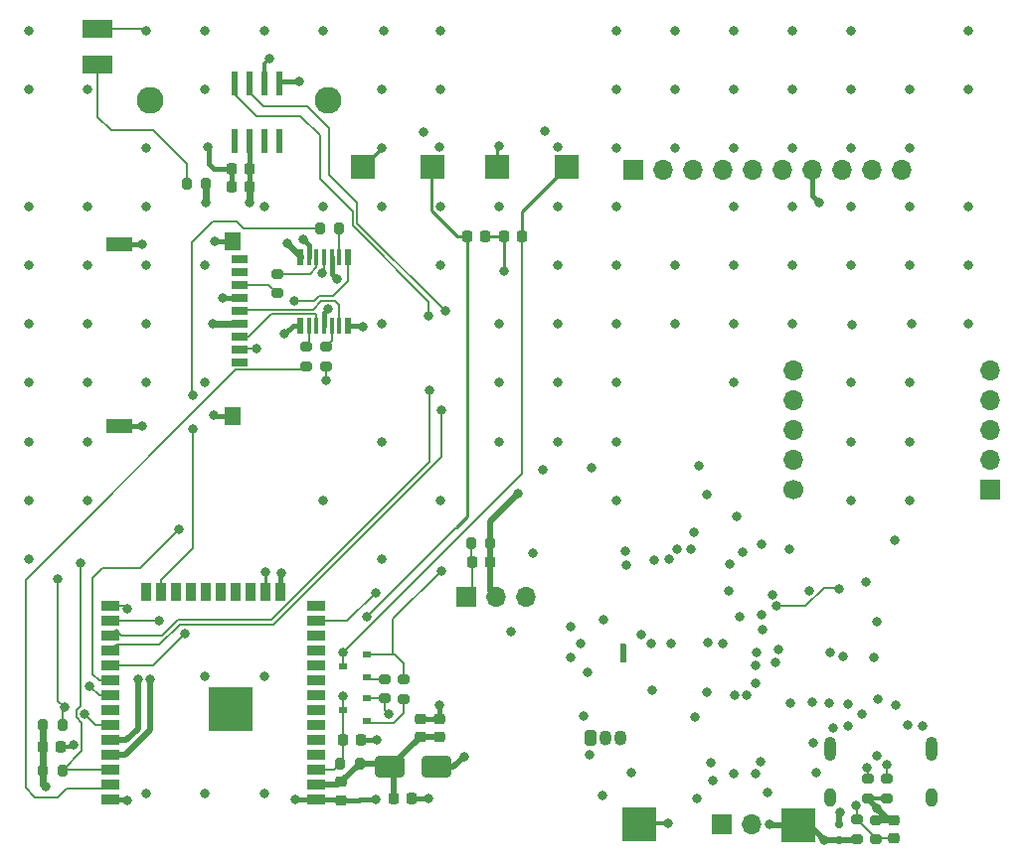
<source format=gbr>
%TF.GenerationSoftware,KiCad,Pcbnew,8.0.5*%
%TF.CreationDate,2024-10-11T13:06:57+01:00*%
%TF.ProjectId,esquema_eletronico,65737175-656d-4615-9f65-6c6574726f6e,rev?*%
%TF.SameCoordinates,Original*%
%TF.FileFunction,Copper,L1,Top*%
%TF.FilePolarity,Positive*%
%FSLAX46Y46*%
G04 Gerber Fmt 4.6, Leading zero omitted, Abs format (unit mm)*
G04 Created by KiCad (PCBNEW 8.0.5) date 2024-10-11 13:06:57*
%MOMM*%
%LPD*%
G01*
G04 APERTURE LIST*
G04 Aperture macros list*
%AMRoundRect*
0 Rectangle with rounded corners*
0 $1 Rounding radius*
0 $2 $3 $4 $5 $6 $7 $8 $9 X,Y pos of 4 corners*
0 Add a 4 corners polygon primitive as box body*
4,1,4,$2,$3,$4,$5,$6,$7,$8,$9,$2,$3,0*
0 Add four circle primitives for the rounded corners*
1,1,$1+$1,$2,$3*
1,1,$1+$1,$4,$5*
1,1,$1+$1,$6,$7*
1,1,$1+$1,$8,$9*
0 Add four rect primitives between the rounded corners*
20,1,$1+$1,$2,$3,$4,$5,0*
20,1,$1+$1,$4,$5,$6,$7,0*
20,1,$1+$1,$6,$7,$8,$9,0*
20,1,$1+$1,$8,$9,$2,$3,0*%
G04 Aperture macros list end*
%TA.AperFunction,SMDPad,CuDef*%
%ADD10RoundRect,0.225000X-0.250000X0.225000X-0.250000X-0.225000X0.250000X-0.225000X0.250000X0.225000X0*%
%TD*%
%TA.AperFunction,SMDPad,CuDef*%
%ADD11R,3.000000X3.000000*%
%TD*%
%TA.AperFunction,SMDPad,CuDef*%
%ADD12RoundRect,0.225000X-0.225000X-0.250000X0.225000X-0.250000X0.225000X0.250000X-0.225000X0.250000X0*%
%TD*%
%TA.AperFunction,SMDPad,CuDef*%
%ADD13RoundRect,0.225000X0.250000X-0.225000X0.250000X0.225000X-0.250000X0.225000X-0.250000X-0.225000X0*%
%TD*%
%TA.AperFunction,SMDPad,CuDef*%
%ADD14RoundRect,0.200000X-0.275000X0.200000X-0.275000X-0.200000X0.275000X-0.200000X0.275000X0.200000X0*%
%TD*%
%TA.AperFunction,SMDPad,CuDef*%
%ADD15RoundRect,0.200000X0.275000X-0.200000X0.275000X0.200000X-0.275000X0.200000X-0.275000X-0.200000X0*%
%TD*%
%TA.AperFunction,SMDPad,CuDef*%
%ADD16R,0.800000X0.600000*%
%TD*%
%TA.AperFunction,ComponentPad*%
%ADD17R,1.700000X1.700000*%
%TD*%
%TA.AperFunction,ComponentPad*%
%ADD18O,1.700000X1.700000*%
%TD*%
%TA.AperFunction,ComponentPad*%
%ADD19C,1.700000*%
%TD*%
%TA.AperFunction,SMDPad,CuDef*%
%ADD20RoundRect,0.150000X-0.200000X0.150000X-0.200000X-0.150000X0.200000X-0.150000X0.200000X0.150000X0*%
%TD*%
%TA.AperFunction,SMDPad,CuDef*%
%ADD21RoundRect,0.200000X-0.200000X-0.275000X0.200000X-0.275000X0.200000X0.275000X-0.200000X0.275000X0*%
%TD*%
%TA.AperFunction,SMDPad,CuDef*%
%ADD22RoundRect,0.225000X0.225000X0.250000X-0.225000X0.250000X-0.225000X-0.250000X0.225000X-0.250000X0*%
%TD*%
%TA.AperFunction,SMDPad,CuDef*%
%ADD23RoundRect,0.200000X0.200000X0.275000X-0.200000X0.275000X-0.200000X-0.275000X0.200000X-0.275000X0*%
%TD*%
%TA.AperFunction,SMDPad,CuDef*%
%ADD24RoundRect,0.073750X0.221250X-0.911250X0.221250X0.911250X-0.221250X0.911250X-0.221250X-0.911250X0*%
%TD*%
%TA.AperFunction,SMDPad,CuDef*%
%ADD25R,0.600000X1.350000*%
%TD*%
%TA.AperFunction,SMDPad,CuDef*%
%ADD26R,0.400000X1.350000*%
%TD*%
%TA.AperFunction,SMDPad,CuDef*%
%ADD27R,1.500000X0.900000*%
%TD*%
%TA.AperFunction,SMDPad,CuDef*%
%ADD28R,0.900000X1.500000*%
%TD*%
%TA.AperFunction,SMDPad,CuDef*%
%ADD29R,0.900000X0.900000*%
%TD*%
%TA.AperFunction,HeatsinkPad*%
%ADD30C,0.600000*%
%TD*%
%TA.AperFunction,SMDPad,CuDef*%
%ADD31R,3.800000X3.800000*%
%TD*%
%TA.AperFunction,SMDPad,CuDef*%
%ADD32R,2.600000X1.500000*%
%TD*%
%TA.AperFunction,SMDPad,CuDef*%
%ADD33R,2.000000X2.000000*%
%TD*%
%TA.AperFunction,SMDPad,CuDef*%
%ADD34R,1.400000X0.700000*%
%TD*%
%TA.AperFunction,SMDPad,CuDef*%
%ADD35R,1.400000X1.600000*%
%TD*%
%TA.AperFunction,SMDPad,CuDef*%
%ADD36R,2.200000X1.200000*%
%TD*%
%TA.AperFunction,SMDPad,CuDef*%
%ADD37RoundRect,0.250000X-1.000000X-0.650000X1.000000X-0.650000X1.000000X0.650000X-1.000000X0.650000X0*%
%TD*%
%TA.AperFunction,ComponentPad*%
%ADD38RoundRect,0.249900X-0.275100X-0.400100X0.275100X-0.400100X0.275100X0.400100X-0.275100X0.400100X0*%
%TD*%
%TA.AperFunction,ComponentPad*%
%ADD39O,1.050000X1.300000*%
%TD*%
%TA.AperFunction,ComponentPad*%
%ADD40C,0.600000*%
%TD*%
%TA.AperFunction,SMDPad,CuDef*%
%ADD41R,0.500000X1.600000*%
%TD*%
%TA.AperFunction,ComponentPad*%
%ADD42C,2.286000*%
%TD*%
%TA.AperFunction,ComponentPad*%
%ADD43O,1.000000X1.600000*%
%TD*%
%TA.AperFunction,ComponentPad*%
%ADD44O,1.000000X2.100000*%
%TD*%
%TA.AperFunction,ViaPad*%
%ADD45C,0.800000*%
%TD*%
%TA.AperFunction,Conductor*%
%ADD46C,0.400000*%
%TD*%
%TA.AperFunction,Conductor*%
%ADD47C,0.300000*%
%TD*%
%TA.AperFunction,Conductor*%
%ADD48C,0.500000*%
%TD*%
%TA.AperFunction,Conductor*%
%ADD49C,0.250000*%
%TD*%
%TA.AperFunction,Conductor*%
%ADD50C,0.204000*%
%TD*%
%TA.AperFunction,Conductor*%
%ADD51C,0.600000*%
%TD*%
G04 APERTURE END LIST*
D10*
%TO.P,C35,1*%
%TO.N,/ESP32_WROOM_32D/VDD_3V3*%
X106550000Y-134015000D03*
%TO.P,C35,2*%
%TO.N,GNDREF*%
X106550000Y-135565000D03*
%TD*%
D11*
%TO.P,TP2,1,1*%
%TO.N,GNDREF*%
X131975000Y-137600000D03*
%TD*%
D12*
%TO.P,C32,1*%
%TO.N,/EN*%
X117295000Y-87510000D03*
%TO.P,C32,2*%
%TO.N,GNDREF*%
X118845000Y-87510000D03*
%TD*%
%TO.P,C7,1*%
%TO.N,/VREF_3V3*%
X81175000Y-131000000D03*
%TO.P,C7,2*%
%TO.N,GNDREF*%
X82725000Y-131000000D03*
%TD*%
D13*
%TO.P,C34,1*%
%TO.N,/ESP32_WROOM_32D/VDD_3V3*%
X113300000Y-130175000D03*
%TO.P,C34,2*%
%TO.N,GNDREF*%
X113300000Y-128625000D03*
%TD*%
D14*
%TO.P,R10,1*%
%TO.N,/ESP32_WROOM_32D/IO14*%
X150500000Y-137250000D03*
%TO.P,R10,2*%
%TO.N,/BATT*%
X150500000Y-138900000D03*
%TD*%
D11*
%TO.P,TP1,1,1*%
%TO.N,/BATT*%
X145500000Y-137725000D03*
%TD*%
D15*
%TO.P,R3,1*%
%TO.N,Net-(Q1-Pad1)*%
X111900000Y-126937500D03*
%TO.P,R3,2*%
%TO.N,/DTR*%
X111900000Y-125287500D03*
%TD*%
D16*
%TO.P,Q2,1*%
%TO.N,Net-(Q2-Pad1)*%
X108785000Y-125087500D03*
%TO.P,Q2,2*%
%TO.N,/DTR*%
X108785000Y-123187500D03*
%TO.P,Q2,3*%
%TO.N,/IO0*%
X106765000Y-124137500D03*
%TD*%
D17*
%TO.P,U9,1,GND*%
%TO.N,GNDREF*%
X161850000Y-109130000D03*
D18*
%TO.P,U9,2,VIN*%
%TO.N,unconnected-(U9-VIN-Pad2)*%
X161850000Y-106590000D03*
%TO.P,U9,3,3V3*%
%TO.N,/VREF_3V3*%
X161850000Y-104050000D03*
%TO.P,U9,4,ON_OFF*%
%TO.N,unconnected-(U9-ON_OFF-Pad4)*%
X161850000Y-101510000D03*
%TO.P,U9,5,VBACKUP*%
%TO.N,/VREF_3V3*%
X161850000Y-98970000D03*
%TO.P,U9,6,GPS_TXD*%
%TO.N,/GPS_TXD*%
X145070000Y-98960000D03*
%TO.P,U9,7,GPS_RXD*%
%TO.N,/GPS_RXD*%
X145070000Y-101500000D03*
%TO.P,U9,8,NC*%
%TO.N,unconnected-(U9-NC-Pad8)*%
X145070000Y-104040000D03*
%TO.P,U9,9,MODE*%
%TO.N,unconnected-(U9-MODE-Pad9)*%
X145070000Y-106580000D03*
D19*
%TO.P,U9,10,1PPS*%
%TO.N,unconnected-(U9-1PPS-Pad10)*%
X145070000Y-109120000D03*
%TD*%
D20*
%TO.P,D1,1,A1*%
%TO.N,/BATT*%
X149000000Y-139000000D03*
%TO.P,D1,2,A2*%
%TO.N,GNDREF*%
X149000000Y-137600000D03*
%TD*%
D15*
%TO.P,R18,1*%
%TO.N,/SPI_SCK*%
X105305000Y-98570000D03*
%TO.P,R18,2*%
%TO.N,Net-(U5-2A)*%
X105305000Y-96920000D03*
%TD*%
D13*
%TO.P,C9,1*%
%TO.N,/ESP32_WROOM_32D/VDD_3V3*%
X114950000Y-130175000D03*
%TO.P,C9,2*%
%TO.N,GNDREF*%
X114950000Y-128625000D03*
%TD*%
D21*
%TO.P,R12,1*%
%TO.N,/VREF_3V3*%
X81185000Y-133030000D03*
%TO.P,R12,2*%
%TO.N,/IIC_SCL*%
X82835000Y-133030000D03*
%TD*%
D22*
%TO.P,C36,1*%
%TO.N,/IO0*%
X121970000Y-87510000D03*
%TO.P,C36,2*%
%TO.N,GNDREF*%
X120420000Y-87510000D03*
%TD*%
D17*
%TO.P,J1_TMP1,1,Pin_1*%
%TO.N,/TMP_DATA*%
X117220000Y-118250000D03*
D18*
%TO.P,J1_TMP1,2,Pin_2*%
%TO.N,/VREF_TMP_3V3*%
X119760000Y-118250000D03*
%TO.P,J1_TMP1,3,Pin_3*%
%TO.N,GNDREF*%
X122300000Y-118250000D03*
%TD*%
D16*
%TO.P,Q1,1*%
%TO.N,Net-(Q1-Pad1)*%
X108760000Y-128812500D03*
%TO.P,Q1,2*%
%TO.N,/RTS*%
X108760000Y-126912500D03*
%TO.P,Q1,3*%
%TO.N,/EN*%
X106740000Y-127862500D03*
%TD*%
D12*
%TO.P,C3,1*%
%TO.N,/TMP_DATA*%
X117695000Y-115325000D03*
%TO.P,C3,2*%
%TO.N,/VREF_TMP_3V3*%
X119245000Y-115325000D03*
%TD*%
D21*
%TO.P,R5,1*%
%TO.N,/TMP_DATA*%
X117645000Y-113700000D03*
%TO.P,R5,2*%
%TO.N,/VREF_TMP_3V3*%
X119295000Y-113700000D03*
%TD*%
D12*
%TO.P,C8,1*%
%TO.N,/ESP32_WROOM_32D/VDD_3V3*%
X111025000Y-135400000D03*
%TO.P,C8,2*%
%TO.N,GNDREF*%
X112575000Y-135400000D03*
%TD*%
D17*
%TO.P,U4,1,VCC*%
%TO.N,/VREF_3V3*%
X131457500Y-81855000D03*
D18*
%TO.P,U4,2,GND*%
%TO.N,GNDREF*%
X133997500Y-81855000D03*
%TO.P,U4,3,SCL*%
%TO.N,/IIC_SCL*%
X136537500Y-81855000D03*
%TO.P,U4,4,SDA*%
%TO.N,/IIC_SDA*%
X139077500Y-81855000D03*
%TO.P,U4,5,EDA*%
%TO.N,unconnected-(U4-EDA-Pad5)*%
X141617500Y-81855000D03*
%TO.P,U4,6,ECL*%
%TO.N,unconnected-(U4-ECL-Pad6)*%
X144157500Y-81855000D03*
%TO.P,U4,7,ADO*%
%TO.N,/VREF_3V3*%
X146697500Y-81855000D03*
%TO.P,U4,8,INT*%
%TO.N,unconnected-(U4-INT-Pad8)*%
X149237500Y-81855000D03*
%TO.P,U4,9,NCS*%
%TO.N,unconnected-(U4-NCS-Pad9)*%
X151777500Y-81855000D03*
%TO.P,U4,10,FSYNC*%
%TO.N,unconnected-(U4-FSYNC-Pad10)*%
X154317500Y-81855000D03*
%TD*%
D22*
%TO.P,C11,1*%
%TO.N,/VREF_3V3*%
X98800000Y-81765000D03*
%TO.P,C11,2*%
%TO.N,GNDREF*%
X97250000Y-81765000D03*
%TD*%
D23*
%TO.P,R21,1*%
%TO.N,/VREF_3V3*%
X95060000Y-83065000D03*
%TO.P,R21,2*%
%TO.N,Net-(D8-A)*%
X93410000Y-83065000D03*
%TD*%
D15*
%TO.P,R17,1*%
%TO.N,/SPI_MOSI*%
X103605000Y-98570000D03*
%TO.P,R17,2*%
%TO.N,Net-(U5-1A)*%
X103605000Y-96920000D03*
%TD*%
D24*
%TO.P,U10,1,32KHZ*%
%TO.N,unconnected-(U10-32KHZ-Pad1)*%
X97510000Y-79400000D03*
%TO.P,U10,2,VCC*%
%TO.N,/VREF_3V3*%
X98780000Y-79400000D03*
%TO.P,U10,3,~{INT}/SQW*%
%TO.N,unconnected-(U10-~{INT}{slash}SQW-Pad3)*%
X100050000Y-79400000D03*
%TO.P,U10,4,~{RST}*%
%TO.N,unconnected-(U10-~{RST}-Pad4)*%
X101320000Y-79400000D03*
%TO.P,U10,5,GND*%
%TO.N,GNDREF*%
X101320000Y-74450000D03*
%TO.P,U10,6,VBAT*%
%TO.N,/rtc_ds3231/BAT_CELL+*%
X100050000Y-74450000D03*
%TO.P,U10,7,SDA*%
%TO.N,/IIC_SDA*%
X98780000Y-74450000D03*
%TO.P,U10,8,SCL*%
%TO.N,/IIC_SCL*%
X97510000Y-74450000D03*
%TD*%
D12*
%TO.P,C33,1*%
%TO.N,/EN*%
X106735000Y-130480000D03*
%TO.P,C33,2*%
%TO.N,GNDREF*%
X108285000Y-130480000D03*
%TD*%
D23*
%TO.P,R35,1*%
%TO.N,/ESP32_WROOM_32D/VDD_3V3*%
X108145000Y-132460000D03*
%TO.P,R35,2*%
%TO.N,/EN*%
X106495000Y-132460000D03*
%TD*%
D14*
%TO.P,R4,1*%
%TO.N,Net-(Q2-Pad1)*%
X110325000Y-125262500D03*
%TO.P,R4,2*%
%TO.N,/RTS*%
X110325000Y-126912500D03*
%TD*%
D25*
%TO.P,U5,1,1~{OE}*%
%TO.N,GNDREF*%
X103080000Y-95120000D03*
D26*
%TO.P,U5,2,1A*%
%TO.N,Net-(U5-1A)*%
X103830000Y-95120000D03*
%TO.P,U5,3,1Y*%
%TO.N,/sd_card/DI_LLS*%
X104480000Y-95120000D03*
%TO.P,U5,4,2~{OE}*%
%TO.N,GNDREF*%
X105130000Y-95120000D03*
%TO.P,U5,5,2A*%
%TO.N,Net-(U5-2A)*%
X105780000Y-95120000D03*
%TO.P,U5,6,2Y*%
%TO.N,/sd_card/SCK_LLS*%
X106430000Y-95120000D03*
D25*
%TO.P,U5,7,GND*%
%TO.N,GNDREF*%
X107180000Y-95120000D03*
%TO.P,U5,8,3Y*%
%TO.N,/sd_card/CS_LLS*%
X107180000Y-89270000D03*
D26*
%TO.P,U5,9,3A*%
%TO.N,Net-(U5-3A)*%
X106430000Y-89270000D03*
%TO.P,U5,10,3~{OE}*%
%TO.N,GNDREF*%
X105780000Y-89270000D03*
%TO.P,U5,11,4Y*%
%TO.N,/SPI_MISO*%
X105130000Y-89270000D03*
%TO.P,U5,12,4A*%
%TO.N,Net-(U5-4A)*%
X104480000Y-89270000D03*
%TO.P,U5,13,4~{OE}*%
%TO.N,GNDREF*%
X103830000Y-89270000D03*
D25*
%TO.P,U5,14,VCC*%
%TO.N,/VREF_3V3*%
X103080000Y-89270000D03*
%TD*%
D27*
%TO.P,U7,1,GND*%
%TO.N,GNDREF*%
X104410000Y-135560000D03*
%TO.P,U7,2,VDD*%
%TO.N,/ESP32_WROOM_32D/VDD_3V3*%
X104410000Y-134290000D03*
%TO.P,U7,3,EN*%
%TO.N,/EN*%
X104410000Y-133020000D03*
%TO.P,U7,4,SENSOR_VP*%
%TO.N,/ESP32_WROOM_32D/SENSOR_VP*%
X104410000Y-131750000D03*
%TO.P,U7,5,SENSOR_VN*%
%TO.N,/ESP32_WROOM_32D/SENSOR_VN*%
X104410000Y-130480000D03*
%TO.P,U7,6,IO34*%
%TO.N,/ESP32_WROOM_32D/IO34*%
X104410000Y-129210000D03*
%TO.P,U7,7,IO35*%
%TO.N,/ESP32_WROOM_32D/IO35*%
X104410000Y-127940000D03*
%TO.P,U7,8,IO32*%
%TO.N,/ESP32_WROOM_32D/IO32*%
X104410000Y-126670000D03*
%TO.P,U7,9,IO33*%
%TO.N,/ESP32_WROOM_32D/IO33*%
X104410000Y-125400000D03*
%TO.P,U7,10,IO25*%
%TO.N,/ESP32_WROOM_32D/IO25*%
X104410000Y-124130000D03*
%TO.P,U7,11,IO26*%
%TO.N,/ESP32_WROOM_32D/IO26*%
X104410000Y-122860000D03*
%TO.P,U7,12,IO27*%
%TO.N,/ESP32_WROOM_32D/IO27*%
X104410000Y-121590000D03*
%TO.P,U7,13,IO14*%
%TO.N,/ESP32_WROOM_32D/IO14*%
X104410000Y-120320000D03*
%TO.P,U7,14,IO12*%
%TO.N,/ESP32_WROOM_32D/IO12*%
X104410000Y-119050000D03*
D28*
%TO.P,U7,15,GND*%
%TO.N,GNDREF*%
X101370000Y-117800000D03*
%TO.P,U7,16,IO13*%
%TO.N,/STAT*%
X100100000Y-117800000D03*
%TO.P,U7,17,SHD/SD2*%
%TO.N,/ESP32_WROOM_32D/SD2*%
X98830000Y-117800000D03*
%TO.P,U7,18,SWP/SD3*%
%TO.N,/ESP32_WROOM_32D/SD3*%
X97560000Y-117800000D03*
%TO.P,U7,19,SCS/CMD*%
%TO.N,/ESP32_WROOM_32D/CMD*%
X96290000Y-117800000D03*
%TO.P,U7,20,SCK/CLK*%
%TO.N,/ESP32_WROOM_32D/CLK*%
X95020000Y-117800000D03*
%TO.P,U7,21,SDO/SD0*%
%TO.N,/ESP32_WROOM_32D/SD0*%
X93750000Y-117800000D03*
%TO.P,U7,22,SDI/SD1*%
%TO.N,/ESP32_WROOM_32D/SD1*%
X92480000Y-117800000D03*
%TO.P,U7,23,IO15*%
%TO.N,/SPI_CS*%
X91210000Y-117800000D03*
%TO.P,U7,24,IO2*%
%TO.N,/ESP32_WROOM_32D/IO2*%
X89940000Y-117800000D03*
D27*
%TO.P,U7,25,IO0*%
%TO.N,/IO0*%
X86910000Y-119050000D03*
%TO.P,U7,26,IO4*%
%TO.N,/TMP_DATA*%
X86910000Y-120320000D03*
%TO.P,U7,27,IO16*%
%TO.N,/GPS_TXD*%
X86910000Y-121590000D03*
%TO.P,U7,28,IO17*%
%TO.N,/GPS_RXD*%
X86910000Y-122860000D03*
%TO.P,U7,29,IO5*%
%TO.N,/CTRL_GPIO*%
X86910000Y-124130000D03*
%TO.P,U7,30,IO18*%
%TO.N,/SPI_SCK*%
X86910000Y-125400000D03*
%TO.P,U7,31,IO19*%
%TO.N,/SPI_MISO*%
X86910000Y-126670000D03*
%TO.P,U7,32,NC*%
%TO.N,unconnected-(U7-NC-Pad32)*%
X86910000Y-127940000D03*
%TO.P,U7,33,IO21*%
%TO.N,/IIC_SDA*%
X86910000Y-129210000D03*
%TO.P,U7,34,RXD0/IO3*%
%TO.N,/UART_PROG_TX*%
X86910000Y-130480000D03*
%TO.P,U7,35,TXD0/IO1*%
%TO.N,/UART_PROG_RX*%
X86910000Y-131750000D03*
%TO.P,U7,36,IO22*%
%TO.N,/IIC_SCL*%
X86910000Y-133020000D03*
%TO.P,U7,37,IO23*%
%TO.N,/SPI_MOSI*%
X86910000Y-134290000D03*
%TO.P,U7,38,GND*%
%TO.N,GNDREF*%
X86910000Y-135560000D03*
D29*
%TO.P,U7,39,GND*%
X98560000Y-129240000D03*
D30*
X98560000Y-128540000D03*
D29*
X98560000Y-127840000D03*
D30*
X98560000Y-127140000D03*
D29*
X98560000Y-126440000D03*
D30*
X97860000Y-129240000D03*
X97860000Y-127840000D03*
X97860000Y-126440000D03*
X97185000Y-128540000D03*
X97185000Y-127140000D03*
D29*
X97160000Y-129240000D03*
X97160000Y-127840000D03*
D31*
X97160000Y-127840000D03*
D29*
X97160000Y-126440000D03*
D30*
X96460000Y-129240000D03*
X96460000Y-127840000D03*
X96460000Y-126440000D03*
D29*
X95760000Y-129240000D03*
D30*
X95760000Y-128540000D03*
D29*
X95760000Y-127840000D03*
D30*
X95760000Y-127140000D03*
D29*
X95760000Y-126440000D03*
%TD*%
D32*
%TO.P,D8,1,K*%
%TO.N,GNDREF*%
X85825000Y-69850000D03*
%TO.P,D8,2,A*%
%TO.N,Net-(D8-A)*%
X85825000Y-72850000D03*
%TD*%
D14*
%TO.P,R11,1*%
%TO.N,GNDREF*%
X152075000Y-137275000D03*
%TO.P,R11,2*%
%TO.N,/ESP32_WROOM_32D/IO14*%
X152075000Y-138925000D03*
%TD*%
D13*
%TO.P,C4,1*%
%TO.N,/ESP32_WROOM_32D/IO14*%
X153600000Y-138850000D03*
%TO.P,C4,2*%
%TO.N,GNDREF*%
X153600000Y-137300000D03*
%TD*%
D15*
%TO.P,R1,1*%
%TO.N,GNDREF*%
X153025000Y-135400000D03*
%TO.P,R1,2*%
%TO.N,Net-(J2-CC1)*%
X153025000Y-133750000D03*
%TD*%
%TO.P,R2,1*%
%TO.N,GNDREF*%
X151405000Y-135400000D03*
%TO.P,R2,2*%
%TO.N,Net-(J2-CC2)*%
X151405000Y-133750000D03*
%TD*%
D33*
%TO.P,SW2,A1,COM*%
%TO.N,/IO0*%
X125820000Y-81570000D03*
%TO.P,SW2,B1,NO*%
%TO.N,GNDREF*%
X119820000Y-81570000D03*
%TD*%
D21*
%TO.P,R13,1*%
%TO.N,/VREF_3V3*%
X81185000Y-129140000D03*
%TO.P,R13,2*%
%TO.N,/IIC_SDA*%
X82835000Y-129140000D03*
%TD*%
D34*
%TO.P,J3,1,DAT2*%
%TO.N,unconnected-(J3-DAT2-Pad1)*%
X97900000Y-98225000D03*
%TO.P,J3,2,CD/DAT3*%
%TO.N,/sd_card/CS_LLS*%
X97900000Y-97125000D03*
%TO.P,J3,3,CMD*%
%TO.N,/sd_card/DI_LLS*%
X97900000Y-96025000D03*
%TO.P,J3,4,VDD*%
%TO.N,/VREF_3V3*%
X97900000Y-94925000D03*
%TO.P,J3,5,CLX*%
%TO.N,/sd_card/SCK_LLS*%
X97900000Y-93825000D03*
%TO.P,J3,6,VSS*%
%TO.N,GNDREF*%
X97900000Y-92725000D03*
%TO.P,J3,7,DAT0*%
%TO.N,/sd_card/DO_LLS*%
X97900000Y-91625000D03*
%TO.P,J3,8,DAT1*%
%TO.N,unconnected-(J3-DAT1-Pad8)*%
X97900000Y-90525000D03*
%TO.P,J3,9,CARD_DETECT*%
%TO.N,unconnected-(J3-CARD_DETECT-Pad9)*%
X97900000Y-89425000D03*
D35*
%TO.P,J3,MP1,MP1*%
%TO.N,GNDREF*%
X97300000Y-87975000D03*
%TO.P,J3,MP2,MP2*%
X97300000Y-102825000D03*
D36*
%TO.P,J3,MP3,MP3*%
X87700000Y-88225000D03*
%TO.P,J3,MP4,MP4*%
X87700000Y-103725000D03*
%TD*%
D21*
%TO.P,R19,1*%
%TO.N,/SPI_CS*%
X104755000Y-86845000D03*
%TO.P,R19,2*%
%TO.N,Net-(U5-3A)*%
X106405000Y-86845000D03*
%TD*%
D22*
%TO.P,C12,1*%
%TO.N,/VREF_3V3*%
X98800000Y-83300000D03*
%TO.P,C12,2*%
%TO.N,GNDREF*%
X97250000Y-83300000D03*
%TD*%
D33*
%TO.P,SW1,A1,COM*%
%TO.N,/EN*%
X114390000Y-81570000D03*
%TO.P,SW1,B1,NO*%
%TO.N,GNDREF*%
X108390000Y-81570000D03*
%TD*%
D15*
%TO.P,R20,1*%
%TO.N,/sd_card/DO_LLS*%
X101115000Y-92350000D03*
%TO.P,R20,2*%
%TO.N,Net-(U5-4A)*%
X101115000Y-90700000D03*
%TD*%
D37*
%TO.P,D9,1,K*%
%TO.N,/ESP32_WROOM_32D/VDD_3V3*%
X110700000Y-132750000D03*
%TO.P,D9,2,A*%
%TO.N,/VREF_3V3*%
X114700000Y-132750000D03*
%TD*%
D38*
%TO.P,U2,1,IN*%
%TO.N,/PRE_VCC*%
X127795000Y-130260000D03*
D39*
%TO.P,U2,2*%
%TO.N,GNDREF*%
X129065000Y-130260000D03*
%TO.P,U2,3,OUT*%
%TO.N,Net-(Q4-G)*%
X130335000Y-130260000D03*
%TD*%
D17*
%TO.P,J1,1,Pin_1*%
%TO.N,GNDREF*%
X139000000Y-137625000D03*
D18*
%TO.P,J1,2,Pin_2*%
%TO.N,/BATT*%
X141540000Y-137625000D03*
%TD*%
D40*
%TO.P,U3,7,EP*%
%TO.N,GNDREF*%
X130570000Y-123600000D03*
D41*
X130570000Y-123050000D03*
D40*
X130570000Y-122500000D03*
%TD*%
D42*
%TO.P,BT1,1,+*%
%TO.N,/rtc_ds3231/BAT_CELL+*%
X105500000Y-75887500D03*
%TO.P,BT1,2,-*%
%TO.N,GNDREF*%
X90300000Y-75887500D03*
%TD*%
D43*
%TO.P,J2,S1,SHIELD*%
%TO.N,GNDREF*%
X156870000Y-135350000D03*
D44*
X156870000Y-131170000D03*
D43*
X148230000Y-135350000D03*
D44*
X148230000Y-131170000D03*
%TD*%
D45*
%TO.N,GNDREF*%
X135000000Y-90000000D03*
X85000000Y-100000000D03*
X114950000Y-79900000D03*
X135000000Y-75000000D03*
X125000000Y-95000000D03*
X155000000Y-85000000D03*
X95000000Y-100000000D03*
X150000000Y-100000000D03*
X127900000Y-107225000D03*
X83800000Y-130850000D03*
X130000000Y-100000000D03*
X100000000Y-125000000D03*
X150000000Y-80000000D03*
X160000000Y-70000000D03*
X160000000Y-85000000D03*
X155145225Y-94984133D03*
X144825000Y-127325000D03*
X95000000Y-75000000D03*
X115000000Y-110000000D03*
X150000000Y-110000000D03*
X155000000Y-100000000D03*
X95000000Y-90000000D03*
X134400000Y-137525000D03*
X80000000Y-110000000D03*
X120000000Y-105000000D03*
X145000000Y-95000000D03*
X152250000Y-126950000D03*
X80000000Y-105000000D03*
X80000000Y-90000000D03*
X155000000Y-110000000D03*
X130000000Y-90000000D03*
X160000000Y-75000000D03*
X125000000Y-90000000D03*
X80000000Y-95000000D03*
X135000000Y-95000000D03*
X110000000Y-75000000D03*
X115000000Y-75000000D03*
X152200000Y-136250000D03*
X95000000Y-125000000D03*
X140000000Y-85000000D03*
X140000000Y-90000000D03*
X80000000Y-100000000D03*
X135000000Y-70000000D03*
X147000000Y-133250000D03*
X90000000Y-100000000D03*
X85000000Y-90000000D03*
X105000000Y-85000000D03*
X145000000Y-80000000D03*
X134498000Y-115003415D03*
X95800000Y-87900000D03*
X145000000Y-90000000D03*
X144750000Y-114225000D03*
X120000000Y-79850000D03*
X150042224Y-95058090D03*
X160000000Y-95000000D03*
X95250000Y-79900000D03*
X80000000Y-85000000D03*
X152175000Y-120350000D03*
X143850000Y-122725000D03*
X140300000Y-111375000D03*
X133075000Y-126200000D03*
X150000000Y-75000000D03*
X85000000Y-105000000D03*
X101500000Y-116250000D03*
X120000000Y-95000000D03*
X125000000Y-105000000D03*
X114000000Y-135450000D03*
X140000000Y-75000000D03*
X90000000Y-70000000D03*
X155000000Y-80000000D03*
X90000000Y-90000000D03*
X130775000Y-114325000D03*
X108450000Y-95200000D03*
X130000000Y-70000000D03*
X80000000Y-70000000D03*
X85000000Y-75000000D03*
X145000000Y-75000000D03*
X150000000Y-85000000D03*
X80000000Y-115000000D03*
X110000000Y-80000000D03*
X89600000Y-103650000D03*
X126975000Y-122225000D03*
X88350000Y-135600000D03*
X156100000Y-129250000D03*
X100000000Y-70000000D03*
X85000000Y-110000000D03*
X96500000Y-92750000D03*
X141826106Y-124050000D03*
X110213936Y-69999999D03*
X105000000Y-110000000D03*
X115000000Y-90000000D03*
X85000000Y-85000000D03*
X155000000Y-105000000D03*
X122875000Y-114500000D03*
X105450000Y-93700000D03*
X140000000Y-70000000D03*
X115000000Y-85000000D03*
X101750000Y-95850000D03*
X150000000Y-105000000D03*
X113550000Y-78625000D03*
X120000000Y-100000000D03*
X148500000Y-129450000D03*
X150000000Y-90000000D03*
X90000000Y-85000000D03*
X100000000Y-85000000D03*
X90000000Y-95000000D03*
X95000000Y-70000000D03*
X130000000Y-85000000D03*
X110000000Y-115000000D03*
X106200000Y-91150000D03*
X115000000Y-70000000D03*
X140000000Y-80000000D03*
X130000000Y-75000000D03*
X150000000Y-70000000D03*
X95000000Y-135000000D03*
X125050000Y-79900000D03*
X145000000Y-70000000D03*
X110000000Y-85000000D03*
X100000000Y-135000000D03*
X138075000Y-132375000D03*
X140000000Y-100000000D03*
X130000000Y-110000000D03*
X143340605Y-118059396D03*
X153800000Y-127500000D03*
X130000000Y-105000000D03*
X110000000Y-95000000D03*
X125000000Y-100000000D03*
X89650000Y-88200000D03*
X135000000Y-80000000D03*
X153750000Y-113425000D03*
X80000000Y-75000000D03*
X109500000Y-135500000D03*
X109650000Y-130450000D03*
X128825000Y-135175000D03*
X110000000Y-105000000D03*
X103350000Y-87800000D03*
X90000000Y-80000000D03*
X125000000Y-85000000D03*
X120450000Y-90500000D03*
X160000000Y-90000000D03*
X95750000Y-102750000D03*
X102700000Y-135550000D03*
X149050000Y-136600000D03*
X155000000Y-75000000D03*
X128925000Y-120175000D03*
X123925000Y-78500000D03*
X130000000Y-80000000D03*
X155000000Y-90000000D03*
X114950000Y-127450000D03*
X103000000Y-74300000D03*
X85000000Y-95000000D03*
X140000000Y-95000000D03*
X120000000Y-85000000D03*
X105000000Y-70000000D03*
X145000000Y-85000000D03*
X146775000Y-130725000D03*
X130000000Y-95000000D03*
X90000000Y-135000000D03*
%TO.N,/rtc_ds3231/BAT_CELL+*%
X100500000Y-72350000D03*
%TO.N,/VCC_RAW*%
X126150000Y-120750000D03*
X126150000Y-123450000D03*
%TO.N,/VREF_TMP_3V3*%
X121625000Y-109475000D03*
X123725000Y-107375000D03*
%TO.N,/TMP_DATA*%
X91100000Y-120300000D03*
%TO.N,/ESP32_WROOM_32D/IO14*%
X150457298Y-136033194D03*
X109500000Y-117900000D03*
%TO.N,/VREF_3V3*%
X98800000Y-84650000D03*
X81375000Y-134450000D03*
X117050000Y-131850000D03*
X130825000Y-115575000D03*
X147250000Y-84600000D03*
X95625000Y-94925000D03*
X136575000Y-112775000D03*
X95050000Y-84650000D03*
X101975000Y-88075000D03*
X137700000Y-109500000D03*
X132148000Y-121492891D03*
%TO.N,/BATT*%
X147750000Y-138950000D03*
X141850000Y-133300000D03*
X143050000Y-137650000D03*
X151900000Y-123400000D03*
%TO.N,/IIC_SCL*%
X84350000Y-115350000D03*
X114037500Y-94287500D03*
%TO.N,/batery_module/VIN*%
X139078611Y-122221389D03*
X134643030Y-122205347D03*
X137800000Y-122100000D03*
%TO.N,/IIC_SDA*%
X115433889Y-93883889D03*
X82435000Y-116700000D03*
X84700000Y-128225000D03*
X83003000Y-127675000D03*
%TO.N,/SPI_MISO*%
X104980001Y-90641751D03*
X85118000Y-125832000D03*
%TO.N,/SPI_SCK*%
X105250000Y-99750000D03*
X92750000Y-112500000D03*
%TO.N,Net-(IC2-REGN)*%
X138225000Y-133925000D03*
X136675000Y-128500000D03*
%TO.N,/PRE_VCC*%
X140013820Y-133324528D03*
X127750000Y-131750000D03*
X131250000Y-133200000D03*
X136850000Y-135400000D03*
X127225000Y-128425000D03*
%TO.N,/EN*%
X108750000Y-119925000D03*
X106750000Y-126700000D03*
%TO.N,/IO0*%
X106750000Y-122950000D03*
X88375000Y-119225000D03*
%TO.N,/SPI_CS*%
X93950000Y-103950000D03*
X93950000Y-101100000D03*
%TO.N,/USBD+*%
X152200000Y-131825000D03*
X150950000Y-128200000D03*
X140077609Y-126655652D03*
X135200000Y-114225000D03*
%TO.N,/USBD-*%
X141124106Y-126599106D03*
X136325000Y-114150000D03*
X149700000Y-127350000D03*
%TO.N,/USB5V*%
X141826106Y-125625000D03*
X143550000Y-123850000D03*
X146700000Y-127200000D03*
X154850000Y-129150000D03*
X142450000Y-121000000D03*
X137737500Y-126337500D03*
X149750000Y-129250000D03*
X142400000Y-119800000D03*
%TO.N,/wireless_charging/~{CHG_PIN}*%
X149300000Y-123329948D03*
X142375000Y-113800000D03*
%TO.N,Net-(IC2-VSET)*%
X142897113Y-134916280D03*
X142275000Y-132325000D03*
%TO.N,/WRL_EN*%
X148125000Y-127300000D03*
X148253097Y-122971888D03*
%TO.N,Net-(J2-CC1)*%
X153075000Y-132525000D03*
%TO.N,Net-(J2-CC2)*%
X151325000Y-132800000D03*
%TO.N,/sd_card/CS_LLS*%
X99350000Y-97050000D03*
X102550000Y-93037000D03*
%TO.N,/GPS_RXD*%
X115150000Y-102325000D03*
%TO.N,/GPS_TXD*%
X114125000Y-100675000D03*
%TO.N,/RTS*%
X110600000Y-128200000D03*
X127600000Y-124650000D03*
X133000000Y-122200000D03*
X121000000Y-121250000D03*
%TO.N,/DTR*%
X115100000Y-116050000D03*
X133250000Y-115100000D03*
%TO.N,Net-(U6-FOD)*%
X143606457Y-119023413D03*
X148980602Y-117611340D03*
%TO.N,Net-(R26-Pad2)*%
X151250000Y-117000000D03*
X146428611Y-117721389D03*
%TO.N,Net-(U8-~{RST})*%
X139675000Y-115450000D03*
X139575000Y-117762000D03*
%TO.N,Net-(U8-~{SUSPEND})*%
X140775000Y-114425000D03*
X140550000Y-119950000D03*
%TO.N,/CTRL_GPIO*%
X93300000Y-121400000D03*
%TO.N,/STAT*%
X100100000Y-116150000D03*
X137025000Y-107100000D03*
X141917487Y-123018824D03*
%TO.N,/UART_PROG_TX*%
X89250000Y-125250000D03*
%TO.N,/UART_PROG_RX*%
X90300000Y-125250000D03*
%TD*%
D46*
%TO.N,GNDREF*%
X106545000Y-135560000D02*
X106550000Y-135565000D01*
X106200000Y-91150000D02*
X105780000Y-90730000D01*
X87700000Y-88225000D02*
X89625000Y-88225000D01*
D47*
X82725000Y-131000000D02*
X83650000Y-131000000D01*
D46*
X88310000Y-135560000D02*
X88350000Y-135600000D01*
D48*
X151405000Y-135455000D02*
X152200000Y-136250000D01*
D49*
X118845000Y-87510000D02*
X120420000Y-87510000D01*
D46*
X95875000Y-87975000D02*
X95800000Y-87900000D01*
X108370000Y-95120000D02*
X108450000Y-95200000D01*
D48*
X149000000Y-136650000D02*
X149000000Y-137600000D01*
D46*
X97900000Y-92725000D02*
X96525000Y-92725000D01*
X108120000Y-135565000D02*
X108130000Y-135555000D01*
X97250000Y-81765000D02*
X95742500Y-81765000D01*
D47*
X113700000Y-78475000D02*
X113550000Y-78625000D01*
D46*
X106550000Y-135565000D02*
X108120000Y-135565000D01*
X104410000Y-135560000D02*
X106545000Y-135560000D01*
X95272500Y-81295000D02*
X95272500Y-79922500D01*
X101370000Y-117800000D02*
X101370000Y-116380000D01*
D48*
X152075000Y-137275000D02*
X153575000Y-137275000D01*
D46*
X101370000Y-116380000D02*
X101500000Y-116250000D01*
D50*
X85825000Y-69850000D02*
X89850000Y-69850000D01*
D46*
X97250000Y-81765000D02*
X97250000Y-83300000D01*
D48*
X153600000Y-137300000D02*
X153250000Y-137300000D01*
D46*
X95825000Y-102825000D02*
X95750000Y-102750000D01*
X113300000Y-128625000D02*
X114950000Y-128625000D01*
X108285000Y-130480000D02*
X109620000Y-130480000D01*
X87700000Y-103725000D02*
X89525000Y-103725000D01*
X107180000Y-95120000D02*
X108370000Y-95120000D01*
X95272500Y-79922500D02*
X95250000Y-79900000D01*
X109620000Y-130480000D02*
X109650000Y-130450000D01*
X109445000Y-135555000D02*
X109500000Y-135500000D01*
X105130000Y-95120000D02*
X105130000Y-94020000D01*
X105780000Y-90730000D02*
X105780000Y-89270000D01*
X103830000Y-88280000D02*
X103350000Y-87800000D01*
D49*
X119820000Y-80030000D02*
X119820000Y-81570000D01*
D46*
X105130000Y-94020000D02*
X105450000Y-93700000D01*
X86910000Y-135560000D02*
X88310000Y-135560000D01*
X89625000Y-88225000D02*
X89650000Y-88200000D01*
D47*
X113400000Y-78475000D02*
X113550000Y-78625000D01*
D46*
X101470000Y-74300000D02*
X101320000Y-74450000D01*
D47*
X134400000Y-137525000D02*
X132050000Y-137525000D01*
D46*
X103000000Y-74300000D02*
X101470000Y-74300000D01*
D49*
X120000000Y-79850000D02*
X119820000Y-80030000D01*
D46*
X113950000Y-135400000D02*
X114000000Y-135450000D01*
X103830000Y-89270000D02*
X103830000Y-88280000D01*
X95742500Y-81765000D02*
X95272500Y-81295000D01*
D48*
X153575000Y-137275000D02*
X153600000Y-137300000D01*
D46*
X96525000Y-92725000D02*
X96500000Y-92750000D01*
D47*
X83650000Y-131000000D02*
X83800000Y-130850000D01*
D46*
X102480000Y-95120000D02*
X101750000Y-95850000D01*
D49*
X120420000Y-90470000D02*
X120420000Y-87510000D01*
D46*
X89525000Y-103725000D02*
X89600000Y-103650000D01*
X114950000Y-128625000D02*
X114950000Y-127450000D01*
D48*
X151405000Y-135400000D02*
X151405000Y-135455000D01*
D46*
X97300000Y-87975000D02*
X95875000Y-87975000D01*
X108130000Y-135555000D02*
X109445000Y-135555000D01*
X97300000Y-102825000D02*
X95825000Y-102825000D01*
X103080000Y-95120000D02*
X102480000Y-95120000D01*
D48*
X153250000Y-137300000D02*
X152200000Y-136250000D01*
D46*
X102710000Y-135560000D02*
X102700000Y-135550000D01*
X112575000Y-135400000D02*
X113950000Y-135400000D01*
D48*
X149050000Y-136600000D02*
X149000000Y-136650000D01*
D47*
X151405000Y-135400000D02*
X153025000Y-135400000D01*
D49*
X108430000Y-81570000D02*
X110000000Y-80000000D01*
D46*
X104410000Y-135560000D02*
X102710000Y-135560000D01*
D49*
X120450000Y-90500000D02*
X120420000Y-90470000D01*
D50*
X89850000Y-69850000D02*
X90000000Y-70000000D01*
D49*
X108390000Y-81570000D02*
X108430000Y-81570000D01*
D47*
X132050000Y-137525000D02*
X131975000Y-137600000D01*
%TO.N,/rtc_ds3231/BAT_CELL+*%
X100050000Y-72800000D02*
X100500000Y-72350000D01*
X100050000Y-74450000D02*
X100050000Y-72800000D01*
D48*
%TO.N,/VREF_TMP_3V3*%
X119295000Y-113700000D02*
X119295000Y-111805000D01*
X119295000Y-111805000D02*
X121625000Y-109475000D01*
X119245000Y-115325000D02*
X119245000Y-113750000D01*
X119245000Y-117735000D02*
X119760000Y-118250000D01*
X119245000Y-115325000D02*
X119245000Y-117735000D01*
X119245000Y-113750000D02*
X119295000Y-113700000D01*
D50*
%TO.N,/TMP_DATA*%
X91080000Y-120320000D02*
X86910000Y-120320000D01*
X117645000Y-113700000D02*
X117645000Y-115275000D01*
X117645000Y-115275000D02*
X117695000Y-115325000D01*
X91100000Y-120300000D02*
X91080000Y-120320000D01*
X117695000Y-117775000D02*
X117220000Y-118250000D01*
X117695000Y-115325000D02*
X117695000Y-117775000D01*
%TO.N,/ESP32_WROOM_32D/IO14*%
X150500000Y-136075896D02*
X150457298Y-136033194D01*
X150500000Y-137250000D02*
X152075000Y-138825000D01*
X107080000Y-120320000D02*
X109500000Y-117900000D01*
X152150000Y-138850000D02*
X152075000Y-138925000D01*
X104410000Y-120320000D02*
X107080000Y-120320000D01*
X153600000Y-138850000D02*
X152150000Y-138850000D01*
X150500000Y-137250000D02*
X150500000Y-136075896D01*
X152075000Y-138825000D02*
X152075000Y-138925000D01*
D51*
%TO.N,/VREF_3V3*%
X98800000Y-83300000D02*
X98800000Y-84650000D01*
X81185000Y-134260000D02*
X81375000Y-134450000D01*
X81185000Y-133030000D02*
X81185000Y-134260000D01*
X103080000Y-89180000D02*
X101975000Y-88075000D01*
X81175000Y-131000000D02*
X81175000Y-129150000D01*
D48*
X117050000Y-131850000D02*
X116950000Y-131950000D01*
D51*
X81175000Y-131000000D02*
X81175000Y-133020000D01*
D46*
X98800000Y-81765000D02*
X98800000Y-83300000D01*
D51*
X103080000Y-89270000D02*
X103080000Y-89180000D01*
X97900000Y-94925000D02*
X95625000Y-94925000D01*
D46*
X98800000Y-79420000D02*
X98780000Y-79400000D01*
D51*
X95060000Y-83065000D02*
X95060000Y-84640000D01*
X95060000Y-84640000D02*
X95050000Y-84650000D01*
X81175000Y-129150000D02*
X81185000Y-129140000D01*
D48*
X116150000Y-132750000D02*
X117050000Y-131850000D01*
D46*
X146697500Y-81855000D02*
X146697500Y-84047500D01*
X146697500Y-84047500D02*
X147250000Y-84600000D01*
D51*
X81175000Y-133020000D02*
X81185000Y-133030000D01*
D46*
X98800000Y-81765000D02*
X98800000Y-79420000D01*
D48*
X114700000Y-132750000D02*
X116150000Y-132750000D01*
%TO.N,/BATT*%
X147800000Y-139000000D02*
X147750000Y-138950000D01*
D49*
X145500000Y-137875000D02*
X145100000Y-138275000D01*
D48*
X150400000Y-139000000D02*
X150500000Y-138900000D01*
X149000000Y-139000000D02*
X150400000Y-139000000D01*
X146525000Y-137725000D02*
X147750000Y-138950000D01*
X143125000Y-137725000D02*
X143050000Y-137650000D01*
X145500000Y-137725000D02*
X146525000Y-137725000D01*
X149000000Y-139000000D02*
X147800000Y-139000000D01*
X141640000Y-137725000D02*
X141540000Y-137625000D01*
X145500000Y-137725000D02*
X143125000Y-137725000D01*
D49*
X145500000Y-137725000D02*
X145500000Y-137875000D01*
D50*
%TO.N,/SPI_MOSI*%
X79700000Y-116766673D02*
X79700000Y-134525000D01*
X86650000Y-134550000D02*
X86910000Y-134290000D01*
X82400000Y-135350000D02*
X83200000Y-134550000D01*
X80525000Y-135350000D02*
X82400000Y-135350000D01*
X103605000Y-98570000D02*
X103298000Y-98877000D01*
X97589673Y-98877000D02*
X79700000Y-116766673D01*
X103298000Y-98877000D02*
X97589673Y-98877000D01*
X79700000Y-134525000D02*
X80525000Y-135350000D01*
X83200000Y-134550000D02*
X86650000Y-134550000D01*
%TO.N,/IIC_SCL*%
X82835000Y-133030000D02*
X82855000Y-133030000D01*
X83998000Y-128515778D02*
X84502000Y-129019778D01*
X97510000Y-74450000D02*
X97510000Y-75435000D01*
X84502000Y-129019778D02*
X84502000Y-131363000D01*
X82855000Y-133030000D02*
X82865000Y-133020000D01*
X103100000Y-77250000D02*
X104760000Y-78910000D01*
X107546000Y-86567342D02*
X114037500Y-93058842D01*
X83998000Y-127934222D02*
X83998000Y-128515778D01*
X104760000Y-82630000D02*
X107546000Y-85416000D01*
X82865000Y-133020000D02*
X86910000Y-133020000D01*
X104760000Y-78910000D02*
X104760000Y-82630000D01*
X99325000Y-77250000D02*
X103100000Y-77250000D01*
X107546000Y-85416000D02*
X107546000Y-86567342D01*
X114037500Y-93058842D02*
X114037500Y-94287500D01*
X84350000Y-115350000D02*
X84350000Y-127582222D01*
X84350000Y-127582222D02*
X83998000Y-127934222D01*
X97510000Y-75435000D02*
X99325000Y-77250000D01*
X84502000Y-131363000D02*
X82835000Y-133030000D01*
%TO.N,/IIC_SDA*%
X98780000Y-74450000D02*
X98780000Y-75194064D01*
X82835000Y-127843000D02*
X83003000Y-127675000D01*
X105550000Y-78250000D02*
X105550000Y-82260000D01*
X105550000Y-82260000D02*
X107950000Y-84660000D01*
X99985936Y-76400000D02*
X103700000Y-76400000D01*
X98780000Y-75194064D02*
X99985936Y-76400000D01*
X82435000Y-127107000D02*
X83003000Y-127675000D01*
X103700000Y-76400000D02*
X105550000Y-78250000D01*
X85685000Y-129210000D02*
X86910000Y-129210000D01*
X82835000Y-129140000D02*
X82835000Y-127843000D01*
X107950000Y-86400000D02*
X115433889Y-93883889D01*
X84700000Y-128225000D02*
X85685000Y-129210000D01*
X82435000Y-116700000D02*
X82435000Y-127107000D01*
X107950000Y-84660000D02*
X107950000Y-86400000D01*
%TO.N,/SPI_MISO*%
X86910000Y-126670000D02*
X85956000Y-126670000D01*
X85118000Y-125832000D02*
X85021000Y-125735000D01*
X105130000Y-89270000D02*
X105130000Y-90491752D01*
X85956000Y-126670000D02*
X85118000Y-125832000D01*
X105130000Y-90491752D02*
X104980001Y-90641751D01*
%TO.N,/SPI_SCK*%
X85956000Y-125400000D02*
X85425000Y-124869000D01*
X85425000Y-124869000D02*
X85425000Y-116600000D01*
X105250000Y-98625000D02*
X105305000Y-98570000D01*
X89475000Y-115775000D02*
X92750000Y-112500000D01*
X105250000Y-99750000D02*
X105250000Y-98625000D01*
X85425000Y-116600000D02*
X86250000Y-115775000D01*
X86250000Y-115775000D02*
X89475000Y-115775000D01*
X86910000Y-125400000D02*
X85956000Y-125400000D01*
%TO.N,/EN*%
X106735000Y-127867500D02*
X106740000Y-127862500D01*
D49*
X114275000Y-81685000D02*
X114390000Y-81570000D01*
X117295000Y-111355000D02*
X117295000Y-87510000D01*
X117295000Y-87510000D02*
X116484695Y-87510000D01*
D50*
X116350000Y-112325000D02*
X108750000Y-119925000D01*
X106750000Y-127852500D02*
X106740000Y-127862500D01*
D49*
X116484695Y-87510000D02*
X114275000Y-85300305D01*
D50*
X106750000Y-126700000D02*
X106750000Y-127852500D01*
X106735000Y-130480000D02*
X106735000Y-132220000D01*
X106735000Y-132220000D02*
X106495000Y-132460000D01*
D49*
X116350000Y-112300000D02*
X117295000Y-111355000D01*
D50*
X116350000Y-112300000D02*
X116350000Y-112325000D01*
X105935000Y-133020000D02*
X104410000Y-133020000D01*
D49*
X114275000Y-85300305D02*
X114275000Y-81685000D01*
D50*
X106495000Y-132460000D02*
X105935000Y-133020000D01*
X106735000Y-130480000D02*
X106735000Y-127867500D01*
%TO.N,/IO0*%
X86910000Y-119050000D02*
X88200000Y-119050000D01*
X106750000Y-122950000D02*
X121970000Y-107730000D01*
D49*
X121970000Y-87510000D02*
X121970000Y-85420000D01*
X121970000Y-85420000D02*
X125820000Y-81570000D01*
D50*
X106765000Y-124137500D02*
X106765000Y-122965000D01*
X88200000Y-119050000D02*
X88375000Y-119225000D01*
X121970000Y-107730000D02*
X121970000Y-87510000D01*
X106765000Y-122965000D02*
X106750000Y-122950000D01*
%TO.N,/SPI_CS*%
X104755000Y-86845000D02*
X98295000Y-86845000D01*
X98295000Y-86845000D02*
X97700000Y-86250000D01*
X97700000Y-86250000D02*
X95650000Y-86250000D01*
X91210000Y-116846000D02*
X91210000Y-117800000D01*
X93850000Y-101000000D02*
X93950000Y-101100000D01*
X95650000Y-86250000D02*
X93850000Y-88050000D01*
X93950000Y-103950000D02*
X93950000Y-114106000D01*
X93950000Y-114106000D02*
X91210000Y-116846000D01*
X93850000Y-88050000D02*
X93850000Y-101000000D01*
D48*
%TO.N,/ESP32_WROOM_32D/VDD_3V3*%
X106550000Y-134015000D02*
X106590000Y-134015000D01*
D51*
X104400000Y-134300000D02*
X104410000Y-134290000D01*
D48*
X108145000Y-132460000D02*
X110410000Y-132460000D01*
X111025000Y-133075000D02*
X110700000Y-132750000D01*
X110700000Y-132750000D02*
X110725000Y-132750000D01*
X106275000Y-134290000D02*
X106550000Y-134015000D01*
X110725000Y-132750000D02*
X113300000Y-130175000D01*
X104410000Y-134290000D02*
X106275000Y-134290000D01*
X110410000Y-132460000D02*
X110700000Y-132750000D01*
X106590000Y-134015000D02*
X108145000Y-132460000D01*
X113300000Y-130175000D02*
X114950000Y-130175000D01*
X111025000Y-135400000D02*
X111025000Y-133075000D01*
D51*
X106560000Y-134005000D02*
X106550000Y-134015000D01*
D50*
%TO.N,Net-(D8-A)*%
X86975000Y-78475000D02*
X90577500Y-78475000D01*
X90577500Y-78475000D02*
X93397500Y-81295000D01*
X93397500Y-83052500D02*
X93410000Y-83065000D01*
X93397500Y-81295000D02*
X93397500Y-83052500D01*
X85825000Y-72850000D02*
X85825000Y-77325000D01*
X85825000Y-77325000D02*
X86975000Y-78475000D01*
%TO.N,Net-(J2-CC1)*%
X153075000Y-133700000D02*
X153025000Y-133750000D01*
X153075000Y-132525000D02*
X153075000Y-133700000D01*
%TO.N,Net-(J2-CC2)*%
X151405000Y-133750000D02*
X151405000Y-132880000D01*
X151405000Y-132880000D02*
X151325000Y-132800000D01*
X151150000Y-133495000D02*
X151405000Y-133750000D01*
%TO.N,/sd_card/DO_LLS*%
X101115000Y-92350000D02*
X100390000Y-91625000D01*
X100390000Y-91625000D02*
X97900000Y-91625000D01*
%TO.N,/sd_card/DI_LLS*%
X104480000Y-95120000D02*
X104480000Y-94241000D01*
X104480000Y-94241000D02*
X104382000Y-94143000D01*
X100607000Y-94143000D02*
X98725000Y-96025000D01*
X104382000Y-94143000D02*
X100607000Y-94143000D01*
X98725000Y-96025000D02*
X97900000Y-96025000D01*
%TO.N,/sd_card/CS_LLS*%
X105906000Y-92594000D02*
X104735000Y-92594000D01*
X107180000Y-89270000D02*
X107180000Y-91320000D01*
X104292000Y-93037000D02*
X102550000Y-93037000D01*
X107180000Y-91320000D02*
X105906000Y-92594000D01*
X99350000Y-97050000D02*
X97975000Y-97050000D01*
X97975000Y-97050000D02*
X97900000Y-97125000D01*
X104735000Y-92594000D02*
X104292000Y-93037000D01*
%TO.N,/sd_card/SCK_LLS*%
X104161342Y-93739000D02*
X97986000Y-93739000D01*
X106430000Y-95120000D02*
X106430000Y-93380000D01*
X106048000Y-92998000D02*
X104902342Y-92998000D01*
X104902342Y-92998000D02*
X104161342Y-93739000D01*
X97986000Y-93739000D02*
X97900000Y-93825000D01*
X106430000Y-93380000D02*
X106048000Y-92998000D01*
%TO.N,/GPS_RXD*%
X91097120Y-122342000D02*
X92860120Y-120579000D01*
X86910000Y-122860000D02*
X87428000Y-122342000D01*
X87428000Y-122342000D02*
X91097120Y-122342000D01*
X115150000Y-106271342D02*
X115150000Y-102325000D01*
X100842342Y-120579000D02*
X115150000Y-106271342D01*
X92860120Y-120579000D02*
X100842342Y-120579000D01*
%TO.N,/GPS_TXD*%
X114125000Y-106725000D02*
X114125000Y-100675000D01*
X100675000Y-120175000D02*
X114125000Y-106725000D01*
X87883000Y-121527000D02*
X91340778Y-121527000D01*
X92692778Y-120175000D02*
X100675000Y-120175000D01*
X87428000Y-121072000D02*
X87883000Y-121527000D01*
X91340778Y-121527000D02*
X92692778Y-120175000D01*
X86910000Y-121590000D02*
X87428000Y-121072000D01*
%TO.N,/RTS*%
X110325000Y-126912500D02*
X108760000Y-126912500D01*
X110325000Y-127925000D02*
X110600000Y-128200000D01*
X110325000Y-126912500D02*
X110325000Y-127925000D01*
%TO.N,Net-(Q1-Pad1)*%
X108947500Y-129000000D02*
X111075000Y-129000000D01*
X111075000Y-129000000D02*
X111900000Y-128175000D01*
X111900000Y-128175000D02*
X111900000Y-126937500D01*
X108760000Y-128812500D02*
X108947500Y-129000000D01*
%TO.N,Net-(Q2-Pad1)*%
X110325000Y-125262500D02*
X108960000Y-125262500D01*
X108960000Y-125262500D02*
X108785000Y-125087500D01*
%TO.N,/DTR*%
X111000000Y-123187500D02*
X108785000Y-123187500D01*
X115100000Y-116050000D02*
X111000000Y-120150000D01*
X111900000Y-125287500D02*
X111900000Y-123950000D01*
X111000000Y-120150000D02*
X111000000Y-123187500D01*
X111900000Y-123950000D02*
X111137500Y-123187500D01*
X111137500Y-123187500D02*
X111000000Y-123187500D01*
%TO.N,Net-(U5-1A)*%
X103830000Y-95120000D02*
X103830000Y-96695000D01*
X103830000Y-96695000D02*
X103605000Y-96920000D01*
%TO.N,Net-(U5-2A)*%
X105780000Y-96445000D02*
X105305000Y-96920000D01*
X105780000Y-95120000D02*
X105780000Y-96445000D01*
%TO.N,Net-(U5-3A)*%
X106405000Y-86845000D02*
X106405000Y-89245000D01*
X106405000Y-89245000D02*
X106430000Y-89270000D01*
%TO.N,Net-(U5-4A)*%
X101115000Y-90700000D02*
X103929000Y-90700000D01*
X103929000Y-90700000D02*
X104480000Y-90149000D01*
X104480000Y-90149000D02*
X104480000Y-89270000D01*
%TO.N,Net-(U6-FOD)*%
X148819262Y-117450000D02*
X147692778Y-117450000D01*
X147692778Y-117450000D02*
X146119365Y-119023413D01*
X146119365Y-119023413D02*
X143606457Y-119023413D01*
X148980602Y-117611340D02*
X148819262Y-117450000D01*
%TO.N,/CTRL_GPIO*%
X93300000Y-121400000D02*
X90570000Y-124130000D01*
X90570000Y-124130000D02*
X86910000Y-124130000D01*
D49*
%TO.N,/STAT*%
X100100000Y-116150000D02*
X100100000Y-117800000D01*
D48*
%TO.N,/UART_PROG_TX*%
X89250000Y-129490000D02*
X89250000Y-125250000D01*
X86910000Y-130480000D02*
X88260000Y-130480000D01*
X88260000Y-130480000D02*
X89250000Y-129490000D01*
%TO.N,/UART_PROG_RX*%
X88160000Y-131750000D02*
X90300000Y-129610000D01*
X86910000Y-131750000D02*
X88160000Y-131750000D01*
X90300000Y-129610000D02*
X90300000Y-125250000D01*
%TD*%
M02*

</source>
